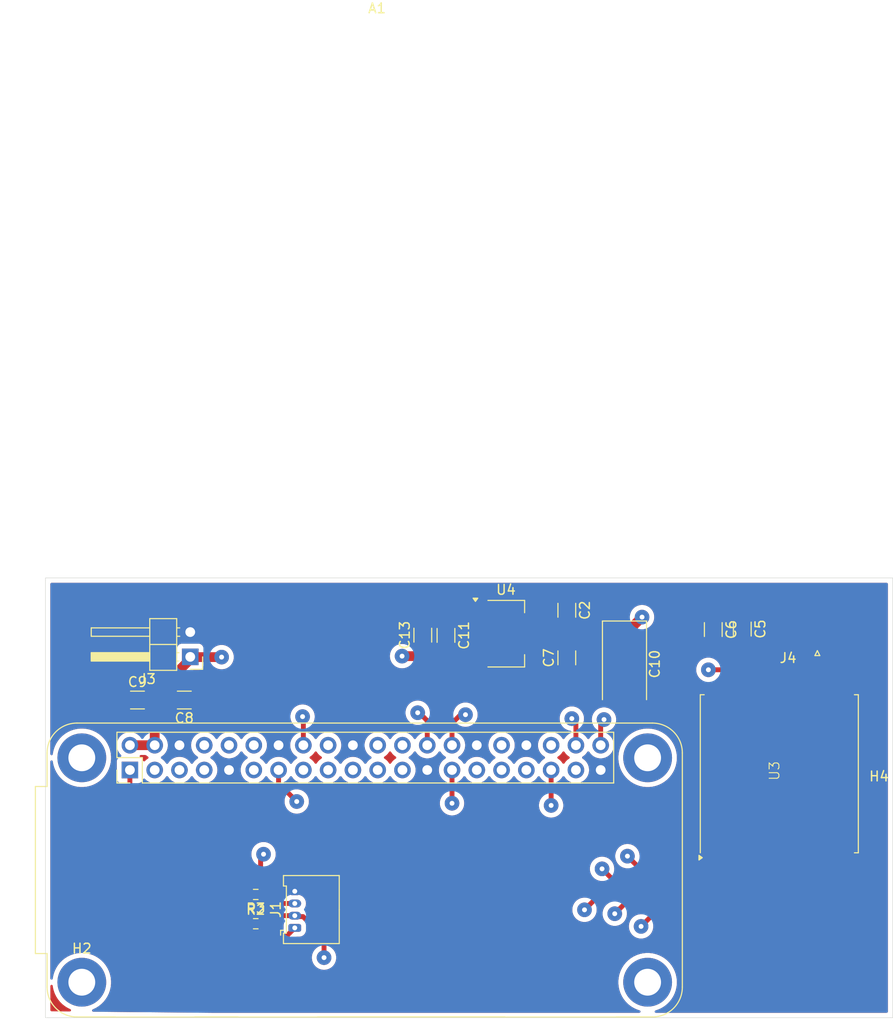
<source format=kicad_pcb>
(kicad_pcb (version 20241229) (generator "pcbnew") (generator_version "9.0")
  (layers (0 "F.Cu" signal) (2 "B.Cu" signal) (13 "F.Paste" user) (15 "B.Paste" user) (5 "F.SilkS" user "F.Silkscreen") (7 "B.SilkS" user "B.Silkscreen") (1 "F.Mask" user) (3 "B.Mask" user) (25 "Edge.Cuts" user))
  (net 0 "")
  (net 5 "3v3_RF")
  (net 7 "SPI1_MOSI")
  (net 8 "SPI0_NSS")
  (net 9 "GND")
  (net 14 "i2c_ID0_data")
  (net 16 "SPI0_MISO")
  (net 17 "i2c_ID0_clock")
  (net 18 "SPI0_MOSI")
  (net 19 "3v3_pi")
  (net 20 "5v")
  (net 21 "SPI1_SCLK")
  (net 22 "SPI0_SCLK")
  (net 23 "SPI0_INT")
  (net 24 "SPI0_RST")
  (net 27 "SPI1_INT")
  (net 29 "SPI1_NSS")
  (net 30 "SPI1_RST")
  (net 33 "SPI1_MISO")
  (net 34 "Net-(J4-In)")
  (footprint "MountingHole:MountingHole_2.5mm_Pad" (layer "F.Cu") (at 142.97 51.22)
    (property "Reference" "H4" (at 23.72 1.905 0) (layer "F.SilkS"))
    (property "Value" "MountingHole_Pad_MP")
    (pad "1" thru_hole circle (at 0 0) (size 5 5) (drill 2.5) (layers "*.Cu" "*.Mask"))
  )
  (footprint "Capacitor_Tantalum_SMD:CP_EIA-7343-43_Kemet-X" (layer "F.Cu") (at 140.6 41.6125 -90)
    (property "Reference" "C10" (at -0.000001 -3.1 90) (layer "F.SilkS"))
    (property "Value" "C_Polarized")
    (fp_line (start -4.41 2.26) (end 3.65 2.26) (stroke (width 0.12)) (layer "F.SilkS"))
    (fp_line (start -4.41 -2.26) (end -4.41 2.26) (stroke (width 0.12)) (layer "F.SilkS"))
    (fp_line (start 3.65 -2.26) (end -4.41 -2.26) (stroke (width 0.12)) (layer "F.SilkS"))
    (pad "1" smd roundrect (at -3.1125 0 270) (size 2.075 2.55) (layers "F.Cu" "F.Mask" "F.Paste") (roundrect_rratio 0.120482) (net 5 "3v3_RF"))
    (pad "2" smd roundrect (at 3.1125 0 270) (size 2.075 2.55) (layers "F.Cu" "F.Mask" "F.Paste") (roundrect_rratio 0.120482) (net 9 "GND"))
  )
  (footprint "Resistor_SMD:R_0603_1608Metric" (layer "F.Cu") (at 102.8 65.224998 180)
    (property "Reference" "R3" (at 0 -1.43 0) (layer "F.SilkS"))
    (property "Value" "10k")
    (fp_line (start -0.237258 0.5225) (end 0.237258 0.5225) (stroke (width 0.12)) (layer "F.SilkS"))
    (fp_line (start -0.237258 -0.5225) (end 0.237258 -0.5225) (stroke (width 0.12)) (layer "F.SilkS"))
    (pad "1" smd roundrect (at -0.824998 0 180) (size 0.8 0.95) (layers "F.Cu" "F.Mask" "F.Paste") (net 14 "i2c_ID0_data"))
    (pad "2" smd roundrect (at 0.824998 0 180) (size 0.8 0.95) (layers "F.Cu" "F.Mask" "F.Paste") (net 19 "3v3_pi"))
  )
  (footprint "Capacitor_SMD:C_1206_3216Metric" (layer "F.Cu") (at 149.7 38.075 -90)
    (property "Reference" "C6" (at 0 -1.85 90) (layer "F.SilkS"))
    (property "Value" "C")
    (fp_line (start -0.711252 0.91) (end 0.711252 0.91) (stroke (width 0.12)) (layer "F.SilkS"))
    (fp_line (start -0.711252 -0.91) (end 0.711252 -0.91) (stroke (width 0.12)) (layer "F.SilkS"))
    (pad "1" smd roundrect (at -1.475 0 270) (size 1.15 1.8) (layers "F.Cu" "F.Mask" "F.Paste") (roundrect_rratio 0.217391) (net 9 "GND"))
    (pad "2" smd roundrect (at 1.475 0 270) (size 1.15 1.8) (layers "F.Cu" "F.Mask" "F.Paste") (roundrect_rratio 0.217391) (net 5 "3v3_RF"))
  )
  (footprint "my_hoperf_footprint:my_RFM95W" (layer "F.Cu") (at 156.47 52.555 90)
    (property "Reference" "U3" (at 0 -0.5 90) (layer "F.SilkS") (effects (font (thickness 0.1))))
    (property "Value" "RFM95W")
    (fp_line (start 7.8 -8.1) (end 7.8 -7.7) (stroke (width 0.12)) (layer "F.SilkS"))
    (fp_line (start -8.4 -8.1) (end 7.8 -8.1) (stroke (width 0.12)) (layer "F.SilkS"))
    (fp_line (start -8.4 7.7) (end -8.4 8.1) (stroke (width 0.12)) (layer "F.SilkS"))
    (fp_line (start 7.8 8.1) (end 7.8 7.7) (stroke (width 0.12)) (layer "F.SilkS"))
    (fp_line (start -8.4 8.1) (end 7.8 8.1) (stroke (width 0.12)) (layer "F.SilkS"))
    (fp_poly (pts (xy -8.9 -7.9) (xy -9.14 -8.236) (xy -8.66 -8.236) (xy -8.9 -7.9)) (stroke (width 0.12)) (fill yes) (layer "F.SilkS"))
    (pad "1" smd roundrect (at -7.825 -7 90) (size 2.95 1.27) (layers "F.Cu" "F.Mask" "F.Paste") (net 9 "GND"))
    (pad "2" smd roundrect (at -7.825 -5 90) (size 2.95 1.27) (layers "F.Cu" "F.Mask" "F.Paste") (net 16 "SPI0_MISO"))
    (pad "3" smd roundrect (at -7.825 -3 90) (size 2.95 1.27) (layers "F.Cu" "F.Mask" "F.Paste") (net 18 "SPI0_MOSI"))
    (pad "4" smd roundrect (at -7.825 -1 90) (size 2.95 1.27) (layers "F.Cu" "F.Mask" "F.Paste") (net 22 "SPI0_SCLK"))
    (pad "5" smd roundrect (at -7.825 1 90) (size 2.95 1.27) (layers "F.Cu" "F.Mask" "F.Paste") (net 8 "SPI0_NSS"))
    (pad "6" smd roundrect (at -7.825 3 90) (size 2.95 1.27) (layers "F.Cu" "F.Mask" "F.Paste") (net 24 "SPI0_RST"))
    (pad "7" smd roundrect (at -7.825 5 90) (size 2.95 1.27) (layers "F.Cu" "F.Mask" "F.Paste"))
    (pad "8" smd roundrect (at -7.825 7 90) (size 2.95 1.27) (layers "F.Cu" "F.Mask" "F.Paste") (net 9 "GND"))
    (pad "9" smd roundrect (at 7.225 7 90) (size 2.95 1.27) (layers "F.Cu" "F.Mask" "F.Paste") (net 34 "Net-(J4-In)"))
    (pad "10" smd roundrect (at 7.225 5 90) (size 2.95 1.27) (layers "F.Cu" "F.Mask" "F.Paste") (net 9 "GND"))
    (pad "11" smd roundrect (at 7.225 3 90) (size 2.95 1.27) (layers "F.Cu" "F.Mask" "F.Paste"))
    (pad "12" smd roundrect (at 7.225 1 90) (size 2.95 1.27) (layers "F.Cu" "F.Mask" "F.Paste"))
    (pad "13" smd roundrect (at 7.225 -1 90) (size 2.95 1.27) (layers "F.Cu" "F.Mask" "F.Paste") (net 5 "3v3_RF"))
    (pad "14" smd roundrect (at 7.225 -3 90) (size 2.95 1.27) (layers "F.Cu" "F.Mask" "F.Paste") (net 23 "SPI0_INT"))
    (pad "15" smd roundrect (at 7.225 -5 90) (size 2.95 1.27) (layers "F.Cu" "F.Mask" "F.Paste"))
    (pad "16" smd roundrect (at 7.225 -7 90) (size 2.95 1.27) (layers "F.Cu" "F.Mask" "F.Paste"))
  )
  (footprint "Capacitor_SMD:C_1206_3216Metric" (layer "F.Cu") (at 90.675 45.3)
    (property "Reference" "C9" (at 0 -1.85 0) (layer "F.SilkS"))
    (property "Value" "C")
    (fp_line (start -0.711252 -0.91) (end 0.711252 -0.91) (stroke (width 0.12)) (layer "F.SilkS"))
    (fp_line (start -0.711252 0.91) (end 0.711252 0.91) (stroke (width 0.12)) (layer "F.SilkS"))
    (pad "1" smd roundrect (at -1.475 0) (size 1.15 1.8) (layers "F.Cu" "F.Mask" "F.Paste") (roundrect_rratio 0.217391) (net 9 "GND"))
    (pad "2" smd roundrect (at 1.475 0) (size 1.15 1.8) (layers "F.Cu" "F.Mask" "F.Paste") (roundrect_rratio 0.217391) (net 20 "5v"))
  )
  (footprint "MountingHole:MountingHole_2.5mm_Pad" (layer "F.Cu") (at 84.97 74.220001)
    (property "Reference" "H2" (at 0 -3.45 0) (layer "F.SilkS"))
    (property "Value" "MountingHole_Pad_MP")
    (pad "1" thru_hole circle (at 0 0) (size 5 5) (drill 2.5) (layers "*.Cu" "*.Mask"))
  )
  (footprint "Capacitor_SMD:C_1206_3216Metric" (layer "F.Cu") (at 134.687501 36.1 -90)
    (property "Reference" "C2" (at 0.000003 -1.850001 90) (layer "F.SilkS"))
    (property "Value" "C")
    (fp_line (start -0.711252 0.91) (end 0.711251 0.909999) (stroke (width 0.12)) (layer "F.SilkS"))
    (fp_line (start -0.711251 -0.909999) (end 0.711252 -0.91) (stroke (width 0.12)) (layer "F.SilkS"))
    (pad "1" smd roundrect (at -1.475001 0 270) (size 1.15 1.8) (layers "F.Cu" "F.Mask" "F.Paste") (roundrect_rratio 0.217391) (net 9 "GND"))
    (pad "2" smd roundrect (at 1.475001 0 270) (size 1.15 1.8) (layers "F.Cu" "F.Mask" "F.Paste") (roundrect_rratio 0.217391) (net 5 "3v3_RF"))
  )
  (footprint "Resistor_SMD:R_0603_1608Metric" (layer "F.Cu") (at 102.8 68.224998)
    (property "Reference" "R2" (at 0 -1.43 0) (layer "F.SilkS"))
    (property "Value" "10k")
    (fp_line (start -0.237258 -0.5225) (end 0.237258 -0.5225) (stroke (width 0.12)) (layer "F.SilkS"))
    (fp_line (start -0.237258 0.5225) (end 0.237258 0.5225) (stroke (width 0.12)) (layer "F.SilkS"))
    (pad "1" smd roundrect (at -0.824998 0) (size 0.8 0.95) (layers "F.Cu" "F.Mask" "F.Paste") (net 19 "3v3_pi"))
    (pad "2" smd roundrect (at 0.824998 0) (size 0.8 0.95) (layers "F.Cu" "F.Mask" "F.Paste") (net 17 "i2c_ID0_clock"))
  )
  (footprint "Capacitor_SMD:C_1206_3216Metric" (layer "F.Cu") (at 122.3 38.675001 -90)
    (property "Reference" "C11" (at 0 -1.850001 90) (layer "F.SilkS"))
    (property "Value" "C")
    (fp_line (start -0.711252 0.91) (end 0.711252 0.91) (stroke (width 0.12)) (layer "F.SilkS"))
    (fp_line (start -0.711252 -0.91) (end 0.711252 -0.91) (stroke (width 0.12)) (layer "F.SilkS"))
    (pad "1" smd roundrect (at -1.475001 0 270) (size 1.15 1.8) (layers "F.Cu" "F.Mask" "F.Paste") (roundrect_rratio 0.217391) (net 9 "GND"))
    (pad "2" smd roundrect (at 1.475001 0 270) (size 1.15 1.8) (layers "F.Cu" "F.Mask" "F.Paste") (roundrect_rratio 0.217391) (net 20 "5v"))
  )
  (footprint "Connector_Coaxial:SMA_Amphenol_132289_EdgeMount" (layer "F.Cu") (at 160.37 37.03 90)
    (property "Reference" "J4" (at -3.96 -3 0) (layer "F.SilkS"))
    (property "Value" "Conn_Coaxial_Small")
    (fp_line (start -3.71 -0.25) (end -3.71 0.25) (stroke (width 0.12)) (layer "F.SilkS"))
    (fp_line (start -3.21 0) (end -3.71 -0.25) (stroke (width 0.12)) (layer "F.SilkS"))
    (fp_line (start -3.71 0.25) (end -3.21 0) (stroke (width 0.12)) (layer "F.SilkS"))
    (pad "1" smd rect (at 0 0 180) (size 1.5 5.08) (layers "F.Cu" "F.Mask" "F.Paste") (net 34 "Net-(J4-In)"))
    (pad "2" smd rect (at 0 -4.25 180) (size 1.5 5.08) (layers "F.Cu" "F.Mask" "F.Paste") (net 9 "GND"))
    (pad "2" smd rect (at 0 -4.25 180) (size 1.5 5.08) (layers "B.Cu" "B.Mask" "B.Paste") (net 9 "GND"))
    (pad "2" smd rect (at 0 4.25 180) (size 1.5 5.08) (layers "F.Cu" "F.Mask" "F.Paste") (net 9 "GND"))
    (pad "2" smd rect (at 0 4.25 180) (size 1.5 5.08) (layers "B.Cu" "B.Mask" "B.Paste") (net 9 "GND"))
  )
  (footprint "Capacitor_SMD:C_1206_3216Metric" (layer "F.Cu") (at 95.475001 45.3 180)
    (property "Reference" "C8" (at 0 -1.850001 0) (layer "F.SilkS"))
    (property "Value" "C")
    (fp_line (start -0.711252 0.91) (end 0.711252 0.91) (stroke (width 0.12)) (layer "F.SilkS"))
    (fp_line (start -0.711252 -0.91) (end 0.711252 -0.91) (stroke (width 0.12)) (layer "F.SilkS"))
    (pad "1" smd roundrect (at -1.475001 0 180) (size 1.15 1.8) (layers "F.Cu" "F.Mask" "F.Paste") (roundrect_rratio 0.217391) (net 9 "GND"))
    (pad "2" smd roundrect (at 1.475001 0 180) (size 1.15 1.8) (layers "F.Cu" "F.Mask" "F.Paste") (roundrect_rratio 0.217391) (net 20 "5v"))
  )
  (footprint "Capacitor_SMD:C_1206_3216Metric" (layer "F.Cu") (at 152.675 38.025 -90)
    (property "Reference" "C5" (at 0 -1.85 90) (layer "F.SilkS"))
    (property "Value" "C")
    (fp_line (start -0.711252 0.91) (end 0.711252 0.91) (stroke (width 0.12)) (layer "F.SilkS"))
    (fp_line (start -0.711252 -0.91) (end 0.711252 -0.91) (stroke (width 0.12)) (layer "F.SilkS"))
    (pad "1" smd roundrect (at -1.475 0 270) (size 1.15 1.8) (layers "F.Cu" "F.Mask" "F.Paste") (roundrect_rratio 0.217391) (net 9 "GND"))
    (pad "2" smd roundrect (at 1.475 0 270) (size 1.15 1.8) (layers "F.Cu" "F.Mask" "F.Paste") (roundrect_rratio 0.217391) (net 5 "3v3_RF"))
  )
  (footprint "Capacitor_SMD:C_1206_3216Metric" (layer "F.Cu") (at 119.925 38.650002 90)
    (property "Reference" "C13" (at 0 -1.850001 90) (layer "F.SilkS"))
    (property "Value" "C")
    (fp_line (start -0.711252 -0.91) (end 0.711252 -0.91) (stroke (width 0.12)) (layer "F.SilkS"))
    (fp_line (start -0.711252 0.91) (end 0.711252 0.91) (stroke (width 0.12)) (layer "F.SilkS"))
    (pad "1" smd roundrect (at -1.475001 0 90) (size 1.15 1.8) (layers "F.Cu" "F.Mask" "F.Paste") (roundrect_rratio 0.217391) (net 20 "5v"))
    (pad "2" smd roundrect (at 1.475001 0 90) (size 1.15 1.8) (layers "F.Cu" "F.Mask" "F.Paste") (roundrect_rratio 0.217391) (net 9 "GND"))
  )
  (footprint "Connector_PinHeader_2.54mm:PinHeader_1x02_P2.54mm_Horizontal" (layer "F.Cu") (at 96.085 40.875 180)
    (property "Reference" "J3" (at 4.385001 -2.269998 0) (layer "F.SilkS"))
    (property "Value" "Conn_01x02_Pin")
    (fp_line (start 10.15 2.97) (end 4.15 2.97) (stroke (width 0.12)) (layer "F.SilkS"))
    (fp_line (start 10.15 2.11) (end 10.15 2.97) (stroke (width 0.12)) (layer "F.SilkS"))
    (fp_line (start 4.15 3.92) (end 4.15 -1.38) (stroke (width 0.12)) (layer "F.SilkS"))
    (fp_line (start 4.15 -1.38) (end 1.39 -1.38) (stroke (width 0.12)) (layer "F.SilkS"))
    (fp_line (start 4.149999 2.110001) (end 10.15 2.11) (stroke (width 0.12)) (layer "F.SilkS"))
    (fp_line (start 1.390001 3.92) (end 4.15 3.92) (stroke (width 0.12)) (layer "F.SilkS"))
    (fp_line (start 1.39 1.27) (end 4.149999 1.270001) (stroke (width 0.12)) (layer "F.SilkS"))
    (fp_line (start 1.39 -1.38) (end 1.390001 3.92) (stroke (width 0.12)) (layer "F.SilkS"))
    (fp_line (start 1.16 -0.43) (end 1.39 -0.43) (stroke (width 0.12)) (layer "F.SilkS"))
    (fp_line (start 1.159999 0.429999) (end 1.39 0.43) (stroke (width 0.12)) (layer "F.SilkS"))
    (fp_line (start 1.077358 2.97) (end 1.389998 2.970001) (stroke (width 0.12)) (layer "F.SilkS"))
    (fp_line (start 1.077358 2.11) (end 1.390002 2.110001) (stroke (width 0.12)) (layer "F.SilkS"))
    (fp_line (start -1.27 -1.27) (end 0.000001 -1.270001) (stroke (width 0.12)) (layer "F.SilkS"))
    (fp_line (start -1.270001 -0.000001) (end -1.27 -1.27) (stroke (width 0.12)) (layer "F.SilkS"))
    (fp_poly (pts (xy 4.15 -0.43) (xy 10.15 -0.43) (xy 10.149999 0.429999) (xy 4.15 0.43)) (stroke (width 0.12)) (fill yes) (layer "F.SilkS"))
    (pad "1" thru_hole rect (at 0 0 180) (size 1.7 1.7) (drill 1) (layers "*.Cu" "*.Mask") (net 20 "5v"))
    (pad "2" thru_hole circle (at 0 2.54 180) (size 1.7 1.7) (drill 1) (layers "*.Cu" "*.Mask") (net 9 "GND"))
  )
  (footprint "Package_TO_SOT_SMD:SOT-223-3_TabPin2" (layer "F.Cu") (at 128.45 38.5)
    (property "Reference" "U4" (at 0 -4.500001 0) (layer "F.SilkS"))
    (property "Value" "TLV1117-33")
    (fp_line (start -1.85 -3.410001) (end 1.91 -3.41) (stroke (width 0.12)) (layer "F.SilkS"))
    (fp_line (start -1.85 3.410001) (end 1.91 3.41) (stroke (width 0.12)) (layer "F.SilkS"))
    (fp_line (start 1.91 -3.41) (end 1.91 -2.150001) (stroke (width 0.12)) (layer "F.SilkS"))
    (fp_line (start 1.91 3.41) (end 1.91 2.150001) (stroke (width 0.12)) (layer "F.SilkS"))
    (fp_poly (pts (xy -3.13 -3.31) (xy -3.37 -3.64) (xy -2.89 -3.64) (xy -3.13 -3.31)) (stroke (width 0.12)) (fill yes) (layer "F.SilkS"))
    (pad "1" smd roundrect (at -3.15 -2.3) (size 2 1.5) (layers "F.Cu" "F.Mask" "F.Paste") (net 9 "GND"))
    (pad "2" smd roundrect (at -3.149999 0) (size 2 1.5) (layers "F.Cu" "F.Mask" "F.Paste") (net 5 "3v3_RF"))
    (pad "2" smd roundrect (at 3.149999 0) (size 2 3.8) (layers "F.Cu" "F.Mask" "F.Paste") (net 5 "3v3_RF"))
    (pad "3" smd roundrect (at -3.15 2.3) (size 2 1.5) (layers "F.Cu" "F.Mask" "F.Paste") (net 20 "5v"))
  )
  (footprint "MountingHole:MountingHole_2.5mm_Pad" (layer "F.Cu") (at 142.97 74.22)
    (property "Reference" "H1" (hide yes))
    (property "Value" "MountingHole_Pad_MP")
    (pad "1" thru_hole circle (at 0 0) (size 5 5) (drill 2.5) (layers "*.Cu" "*.Mask"))
  )
  (footprint "Capacitor_SMD:C_1206_3216Metric" (layer "F.Cu") (at 134.687501 40.975 90)
    (property "Reference" "C7" (at 0.000003 -1.850001 90) (layer "F.SilkS"))
    (property "Value" "C")
    (fp_line (start -0.711251 -0.909999) (end 0.711251 -0.909999) (stroke (width 0.12)) (layer "F.SilkS"))
    (fp_line (start -0.711251 0.909999) (end 0.711251 0.909999) (stroke (width 0.12)) (layer "F.SilkS"))
    (pad "1" smd roundrect (at -1.475001 0 90) (size 1.15 1.8) (layers "F.Cu" "F.Mask" "F.Paste") (roundrect_rratio 0.217391) (net 9 "GND"))
    (pad "2" smd roundrect (at 1.475001 0 90) (size 1.15 1.8) (layers "F.Cu" "F.Mask" "F.Paste") (roundrect_rratio 0.217391) (net 5 "3v3_RF"))
  )
  (footprint "Connector_Molex:Molex_PicoBlade_53048-0410_1x04_P1.25mm_Horizontal" (layer "F.Cu") (at 106.799999 68.65 90)
    (property "Reference" "J1" (at 1.88 -1.95 90) (layer "F.SilkS"))
    (property "Value" "Conn_01x04_Pin")
    (fp_line (start -0.25 -1.45) (end -0.749999 -1.449999) (stroke (width 0.12)) (layer "F.SilkS"))
    (fp_line (start 4.290001 -1.160001) (end 5.36 -1.159999) (stroke (width 0.12)) (layer "F.SilkS"))
    (fp_line (start -0.540001 -1.160001) (end -1.61 -1.16) (stroke (width 0.12)) (layer "F.SilkS"))
    (fp_line (start -1.61 -1.16) (end -1.61 4.559999) (stroke (width 0.12)) (layer "F.SilkS"))
    (fp_line (start 5.36 -1.159999) (end 5.359999 4.559998) (stroke (width 0.12)) (layer "F.SilkS"))
    (fp_line (start -0.249999 -1.149999) (end -0.25 -1.45) (stroke (width 0.12)) (layer "F.SilkS"))
    (fp_line (start 1.875 -0.86) (end -0.540002 -0.86) (stroke (width 0.12)) (layer "F.SilkS"))
    (fp_line (start 1.875 -0.86) (end 4.289999 -0.859999) (stroke (width 0.12)) (layer "F.SilkS"))
    (fp_line (start -0.540002 -0.86) (end -0.540001 -1.160001) (stroke (width 0.12)) (layer "F.SilkS"))
    (fp_line (start 4.289999 -0.859999) (end 4.290001 -1.160001) (stroke (width 0.12)) (layer "F.SilkS"))
    (fp_line (start 5.359999 4.559998) (end 1.875 4.56) (stroke (width 0.12)) (layer "F.SilkS"))
    (fp_line (start -1.61 4.559999) (end 1.875 4.56) (stroke (width 0.12)) (layer "F.SilkS"))
    (pad "1" thru_hole roundrect (at 0 0 90) (size 0.8 1.3) (drill 0.5) (layers "*.Cu" "*.Mask") (net 19 "3v3_pi"))
    (pad "2" thru_hole oval (at 1.249997 0 90) (size 0.8 1.3) (drill 0.5) (layers "*.Cu" "*.Mask") (net 17 "i2c_ID0_clock"))
    (pad "3" thru_hole oval (at 2.5 0 90) (size 0.8 1.3) (drill 0.5) (layers "*.Cu" "*.Mask") (net 14 "i2c_ID0_data"))
    (pad "4" thru_hole oval (at 3.75 0.000001 90) (size 0.8 1.3) (drill 0.5) (layers "*.Cu" "*.Mask") (net 9 "GND"))
  )
  (footprint "MountingHole:MountingHole_2.5mm_Pad" (layer "F.Cu") (at 84.97 51.220001)
    (property "Reference" "H3" (hide yes))
    (property "Value" "MountingHole_Pad_MP")
    (pad "1" thru_hole circle (at 0 0) (size 5 5) (drill 2.5) (layers "*.Cu" "*.Mask"))
  )
  (footprint "mypifootprint:Raspberry_Pi_Zero_Socketed_THT_FaceDown_MountingHoles" (layer "F.Cu") (at 138.1 52.490001 -90)
    (property "Reference" "A1" (at -78.09 22.865 0) (layer "F.SilkS"))
    (property "Value" "RASPBERRYPI-ZERO" (hide yes))
    (fp_line (start 1.67 57.89) (end 18.79 57.89) (stroke (width 0.12)) (layer "F.SilkS"))
    (fp_line (start 18.79 57.89) (end 18.79 56.69) (stroke (width 0.12)) (layer "F.SilkS"))
    (fp_line (start 1.67 56.69) (end 1.67 57.89) (stroke (width 0.12)) (layer "F.SilkS"))
    (fp_line (start 1.67 56.69) (end -1.77 56.69) (stroke (width 0.12)) (layer "F.SilkS"))
    (fp_line (start 18.79 56.69) (end 22.23 56.69) (stroke (width 0.12)) (layer "F.SilkS"))
    (fp_line (start -4.83 53.63) (end -4.83 -5.37) (stroke (width 0.12)) (layer "F.SilkS"))
    (fp_line (start 25.29 53.63) (end 25.29 49.69) (stroke (width 0.12)) (layer "F.SilkS"))
    (fp_line (start 25.29 49.69) (end 25.29 -1.68) (stroke (width 0.1)) (layer "F.SilkS"))
    (fp_line (start -3.89 49.53) (end -1.29 49.53) (stroke (width 0.12)) (layer "F.SilkS"))
    (fp_line (start -3.89 49.53) (end -3.89 -1.39) (stroke (width 0.12)) (layer "F.SilkS"))
    (fp_line (start -1.29 49.53) (end -1.29 46.93) (stroke (width 0.12)) (layer "F.SilkS"))
    (fp_line (start -0.02 49.53) (end 1.31 49.53) (stroke (width 0.12)) (layer "F.SilkS"))
    (fp_line (start 1.31 49.53) (end 1.31 48.2) (stroke (width 0.12)) (layer "F.SilkS"))
    (fp_line (start -1.29 46.93) (end 1.31 46.93) (stroke (width 0.12)) (layer "F.SilkS"))
    (fp_line (start 1.31 46.93) (end 1.31 -1.39) (stroke (width 0.12)) (layer "F.SilkS"))
    (fp_line (start 25.29 41.57) (end 25.29 37.09) (stroke (width 0.12)) (layer "F.SilkS"))
    (fp_line (start 25.29 28.97) (end 25.29 9.74) (stroke (width 0.12)) (layer "F.SilkS"))
    (fp_line (start -3.89 -1.39) (end 1.31 -1.39) (stroke (width 0.12)) (layer "F.SilkS"))
    (fp_line (start 25.29 -1.68) (end 25.29 -5.37) (stroke (width 0.12)) (layer "F.SilkS"))
    (fp_line (start -1.77 -8.43) (end 22.23 -8.43) (stroke (width 0.12)) (layer "F.SilkS"))
    (fp_arc (start -1.77 56.69) (mid -3.933747 55.793747) (end -4.83 53.63) (stroke (width 0.12)) (layer "F.SilkS"))
    (fp_arc (start 25.29 53.63) (mid 24.393747 55.793747) (end 22.23 56.69) (stroke (width 0.12)) (layer "F.SilkS"))
    (fp_arc (start -4.83 -5.37) (mid -3.933747 -7.533747) (end -1.77 -8.43) (stroke (width 0.12)) (layer "F.SilkS"))
    (fp_arc (start 22.23 -8.43) (mid 24.393747 -7.533747) (end 25.29 -5.37) (stroke (width 0.12)) (layer "F.SilkS"))
    (pad "" np_thru_hole circle (at -1.27 -4.87) (size 2.75 2.75) (drill 2.75) (layers "*.Cu" "*.Mask"))
    (pad "" np_thru_hole circle (at -1.27 53.13) (size 2.75 2.75) (drill 2.75) (layers "*.Cu" "*.Mask"))
    (pad "" np_thru_hole circle (at 21.73 -4.87) (size 2.75 2.75) (drill 2.75) (layers "*.Cu" "*.Mask"))
    (pad "" np_thru_hole circle (at 21.73 53.13) (size 2.75 2.75) (drill 2.75) (layers "*.Cu" "*.Mask"))
    (pad "1" thru_hole rect (at -0.02 48.2 90) (size 1.7 1.7) (drill 1) (layers "*.Cu" "*.Mask") (net 19 "3v3_pi"))
    (pad "2" thru_hole oval (at -2.56 48.2 90) (size 1.7 1.7) (drill 1) (layers "*.Cu" "*.Mask") (net 20 "5v"))
    (pad "3" thru_hole oval (at -0.02 45.66 90) (size 1.7 1.7) (drill 1) (layers "*.Cu" "*.Mask"))
    (pad "4" thru_hole oval (at -2.56 45.66 90) (size 1.7 1.7) (drill 1) (layers "*.Cu" "*.Mask") (net 20 "5v"))
    (pad "5" thru_hole oval (at -0.02 43.12 90) (size 1.7 1.7) (drill 1) (layers "*.Cu" "*.Mask"))
    (pad "6" thru_hole oval (at -2.56 43.12 90) (size 1.7 1.7) (drill 1) (layers "*.Cu" "*.Mask") (net 9 "GND"))
    (pad "7" thru_hole oval (at -0.02 40.58 90) (size 1.7 1.7) (drill 1) (layers "*.Cu" "*.Mask"))
    (pad "8" thru_hole oval (at -2.56 40.58 90) (size 1.7 1.7) (drill 1) (layers "*.Cu" "*.Mask"))
    (pad "9" thru_hole oval (at -0.02 38.04 90) (size 1.7 1.7) (drill 1) (layers "*.Cu" "*.Mask") (net 9 "GND"))
    (pad "10" thru_hole oval (at -2.56 38.04 90) (size 1.7 1.7) (drill 1) (layers "*.Cu" "*.Mask"))
    (pad "11" thru_hole oval (at -0.02 35.5 90) (size 1.7 1.7) (drill 1) (layers "*.Cu" "*.Mask"))
    (pad "12" thru_hole oval (at -2.56 35.5 90) (size 1.7 1.7) (drill 1) (layers "*.Cu" "*.Mask"))
    (pad "13" thru_hole oval (at -0.02 32.96 90) (size 1.7 1.7) (drill 1) (layers "*.Cu" "*.Mask") (net 30 "SPI1_RST"))
    (pad "14" thru_hole oval (at -2.56 32.96 90) (size 1.7 1.7) (drill 1) (layers "*.Cu" "*.Mask") (net 9 "GND"))
    (pad "15" thru_hole oval (at -0.02 30.42 90) (size 1.7 1.7) (drill 1) (layers "*.Cu" "*.Mask") (net 24 "SPI0_RST"))
    (pad "16" thru_hole oval (at -2.56 30.42 90) (size 1.7 1.7) (drill 1) (layers "*.Cu" "*.Mask") (net 27 "SPI1_INT"))
    (pad "17" thru_hole oval (at -0.02 27.88 90) (size 1.7 1.7) (drill 1) (layers "*.Cu" "*.Mask"))
    (pad "18" thru_hole oval (at -2.56 27.88 90) (size 1.7 1.7) (drill 1) (layers "*.Cu" "*.Mask") (net 23 "SPI0_INT"))
    (pad "19" thru_hole oval (at -0.02 25.34 90) (size 1.7 1.7) (drill 1) (layers "*.Cu" "*.Mask") (net 18 "SPI0_MOSI"))
    (pad "20" thru_hole oval (at -2.56 25.34 90) (size 1.7 1.7) (drill 1) (layers "*.Cu" "*.Mask") (net 9 "GND"))
    (pad "21" thru_hole oval (at -0.02 22.8 90) (size 1.7 1.7) (drill 1) (layers "*.Cu" "*.Mask") (net 16 "SPI0_MISO"))
    (pad "22" thru_hole oval (at -2.56 22.8 90) (size 1.7 1.7) (drill 1) (layers "*.Cu" "*.Mask"))
    (pad "23" thru_hole oval (at -0.02 20.26 90) (size 1.7 1.7) (drill 1) (layers "*.Cu" "*.Mask") (net 22 "SPI0_SCLK"))
    (pad "24" thru_hole oval (at -2.56 20.26 90) (size 1.7 1.7) (drill 1) (layers "*.Cu" "*.Mask") (net 8 "SPI0_NSS"))
    (pad "25" thru_hole oval (at -0.02 17.72 90) (size 1.7 1.7) (drill 1) (layers "*.Cu" "*.Mask") (net 9 "GND"))
    (pad "26" thru_hole oval (at -2.56 17.72 90) (size 1.7 1.7) (drill 1) (layers "*.Cu" "*.Mask") (net 29 "SPI1_NSS"))
    (pad "27" thru_hole oval (at -0.02 15.18 90) (size 1.7 1.7) (drill 1) (layers "*.Cu" "*.Mask") (net 14 "i2c_ID0_data"))
    (pad "28" thru_hole oval (at -2.56 15.18 90) (size 1.7 1.7) (drill 1) (layers "*.Cu" "*.Mask") (net 17 "i2c_ID0_clock"))
    (pad "29" thru_hole oval (at -0.02 12.64 90) (size 1.7 1.7) (drill 1) (layers "*.Cu" "*.Mask"))
    (pad "30" thru_hole oval (at -2.56 12.64 90) (size 1.7 1.7) (drill 1) (layers "*.Cu" "*.Mask") (net 9 "GND"))
    (pad "31" thru_hole oval (at -0.02 10.1 90) (size 1.7 1.7) (drill 1) (layers "*.Cu" "*.Mask"))
    (pad "32" thru_hole oval (at -2.56 10.1 90) (size 1.7 1.7) (drill 1) (layers "*.Cu" "*.Mask"))
    (pad "33" thru_hole oval (at -0.02 7.56 90) (size 1.7 1.7) (drill 1) (layers "*.Cu" "*.Mask"))
    (pad "34" thru_hole oval (at -2.56 7.56 90) (size 1.7 1.7) (drill 1) (layers "*.Cu" "*.Mask") (net 9 "GND"))
    (pad "35" thru_hole oval (at -0.02 5.02 90) (size 1.7 1.7) (drill 1) (layers "*.Cu" "*.Mask") (net 33 "SPI1_MISO"))
    (pad "36" thru_hole oval (at -2.56 5.02 90) (size 1.7 1.7) (drill 1) (layers "*.Cu" "*.Mask"))
    (pad "37" thru_hole oval (at -0.02 2.48 90) (size 1.7 1.7) (drill 1) (layers "*.Cu" "*.Mask"))
    (pad "38" thru_hole oval (at -2.56 2.48 90) (size 1.7 1.7) (drill 1) (layers "*.Cu" "*.Mask") (net 7 "SPI1_MOSI"))
    (pad "39" thru_hole oval (at -0.02 -0.06 90) (size 1.7 1.7) (drill 1) (layers "*.Cu" "*.Mask") (net 9 "GND"))
    (pad "40" thru_hole oval (at -2.56 -0.06 90) (size 1.7 1.7) (drill 1) (layers "*.Cu" "*.Mask") (net 21 "SPI1_SCLK"))
  )
  (gr_rect (start 81.245 32.785) (end 168.1 77.854991) (stroke (width 0.05)) (fill no) (layer "Edge.Cuts"))
  (segment (start 142.4 36.8) (end 140.7 38.5) (width 1) (layer "F.Cu") (net 5))
  (segment (start 140.7 38.5) (end 131.599999 38.5) (width 1) (layer "F.Cu") (net 5))
  (segment (start 155.47 42.57) (end 152.45 39.55) (width 0.75) (layer "F.Cu") (net 5))
  (segment (start 155.47 45.03) (end 155.47 42.97) (width 0.75) (layer "F.Cu") (net 5))
  (segment (start 152.45 39.55) (end 152.05 39.55) (width 0.75) (layer "F.Cu") (net 5))
  (segment (start 152.625 39.55) (end 152.675 39.5) (width 0.5) (layer "F.Cu") (net 5))
  (segment (start 149.7 39.55) (end 149.35 39.55) (width 0.5) (layer "F.Cu") (net 5))
  (segment (start 155.47 42.97) (end 155.47 42.57) (width 0.75) (layer "F.Cu") (net 5))
  (segment (start 149.7 39.55) (end 152.625 39.55) (width 0.5) (layer "F.Cu") (net 5))
  (via (at 142.4 36.8) (size 1.5) (drill 0.5) (layers "F.Cu" "B.Cu") (net 5))
  (segment (start 135.62 47.62) (end 135.2 47.2) (width 0.5) (layer "F.Cu") (net 7))
  (segment (start 135.62 49.930001) (end 135.62 47.62) (width 0.5) (layer "F.Cu") (net 7))
  (via (at 135.2 47.2) (size 1.5) (drill 0.5) (layers "F.Cu" "B.Cu") (net 7))
  (segment (start 140.6 66.2) (end 155.2 66.2) (width 0.5) (layer "F.Cu") (net 8))
  (segment (start 155.2 66.2) (end 157.47 63.93) (width 0.5) (layer "F.Cu") (net 8))
  (segment (start 157.47 63.93) (end 157.47 60.08) (width 0.5) (layer "F.Cu") (net 8))
  (segment (start 139.6 67.2) (end 140.6 66.2) (width 0.5) (layer "F.Cu") (net 8))
  (via (at 139.6 67.2) (size 1.5) (drill 0.5) (layers "F.Cu" "B.Cu") (net 8))
  (segment (start 106.799999 66.15) (end 104.55 66.15) (width 0.5) (layer "F.Cu") (net 14))
  (segment (start 104.55 66.15) (end 103.624998 65.224998) (width 0.5) (layer "F.Cu") (net 14))
  (segment (start 103.3 63.5) (end 103.624998 63.824998) (width 0.5) (layer "F.Cu") (net 14))
  (segment (start 103.624998 63.824998) (end 103.624998 65.224998) (width 0.5) (layer "F.Cu") (net 14))
  (segment (start 103.6 61.1) (end 103.3 61.4) (width 0.5) (layer "F.Cu") (net 14))
  (segment (start 103.3 61.4) (end 103.3 63.5) (width 0.5) (layer "F.Cu") (net 14))
  (segment (start 122.92 55.88) (end 122.92 52.470001) (width 0.5) (layer "F.Cu") (net 14))
  (via (at 122.92 55.88) (size 1.5) (drill 0.5) (layers "F.Cu" "B.Cu") (net 14))
  (via (at 103.6 61.1) (size 1.5) (drill 0.5) (layers "F.Cu" "B.Cu") (net 14))
  (segment (start 151.47 62.53) (end 151.47 60.08) (width 0.5) (layer "F.Cu") (net 16))
  (segment (start 150.803 63.197) (end 151.47 62.53) (width 0.5) (layer "F.Cu") (net 16))
  (segment (start 140.9 61.3) (end 142.797 63.197) (width 0.5) (layer "F.Cu") (net 16))
  (segment (start 142.797 63.197) (end 150.803 63.197) (width 0.5) (layer "F.Cu") (net 16))
  (via (at 140.9 61.3) (size 1.5) (drill 0.5) (layers "F.Cu" "B.Cu") (net 16))
  (segment (start 109.8 69.649541) (end 107.649459 67.499) (width 0.5) (layer "F.Cu") (net 17))
  (segment (start 122.92 47.68) (end 122.92 49.930001) (width 0.5) (layer "F.Cu") (net 17))
  (segment (start 124.3 46.8) (end 123.8 46.8) (width 0.5) (layer "F.Cu") (net 17))
  (segment (start 104.449993 67.400003) (end 103.624998 68.224998) (width 0.5) (layer "F.Cu") (net 17))
  (segment (start 106.898996 67.499) (end 106.799999 67.400003) (width 0.5) (layer "F.Cu") (net 17))
  (segment (start 123.8 46.8) (end 122.92 47.68) (width 0.5) (layer "F.Cu") (net 17))
  (segment (start 107.649459 67.499) (end 106.898996 67.499) (width 0.5) (layer "F.Cu") (net 17))
  (segment (start 109.8 71.7) (end 109.8 69.649541) (width 0.5) (layer "F.Cu") (net 17))
  (segment (start 106.799999 67.400003) (end 104.449993 67.400003) (width 0.5) (layer "F.Cu") (net 17))
  (via (at 109.8 71.7) (size 1.5) (drill 0.5) (layers "F.Cu" "B.Cu") (net 17))
  (via (at 124.3 46.8) (size 1.5) (drill 0.5) (layers "F.Cu" "B.Cu") (net 17))
  (segment (start 139.898 64.198) (end 152.302 64.198) (width 0.5) (layer "F.Cu") (net 18))
  (segment (start 153.47 63.03) (end 153.47 60.08) (width 0.5) (layer "F.Cu") (net 18))
  (segment (start 152.302 64.198) (end 153.47 63.03) (width 0.5) (layer "F.Cu") (net 18))
  (segment (start 138.3 62.6) (end 139.898 64.198) (width 0.5) (layer "F.Cu") (net 18))
  (segment (start 112.8 52.510001) (end 112.76 52.470001) (width 0.5) (layer "F.Cu") (net 18))
  (via (at 138.3 62.6) (size 1.5) (drill 0.5) (layers "F.Cu" "B.Cu") (net 18))
  (segment (start 102.3 70.2) (end 101.975002 69.875002) (width 0.5) (layer "F.Cu") (net 19))
  (segment (start 89.9 55.5) (end 89.9 52.470001) (width 0.5) (layer "F.Cu") (net 19))
  (segment (start 99.624998 65.224998) (end 89.9 55.5) (width 0.5) (layer "F.Cu") (net 19))
  (segment (start 101.975002 65.224998) (end 99.624998 65.224998) (width 0.5) (layer "F.Cu") (net 19))
  (segment (start 105.249999 70.2) (end 102.3 70.2) (width 0.5) (layer "F.Cu") (net 19))
  (segment (start 101.975002 68.224998) (end 101.975002 65.224998) (width 0.5) (layer "F.Cu") (net 19))
  (segment (start 106.799999 68.65) (end 105.249999 70.2) (width 0.5) (layer "F.Cu") (net 19))
  (segment (start 101.975002 69.875002) (end 101.975002 68.224998) (width 0.5) (layer "F.Cu") (net 19))
  (segment (start 93.1 47.1) (end 92.44 47.76) (width 1) (layer "F.Cu") (net 20))
  (segment (start 92.44 47.76) (end 92.44 49.930001) (width 1) (layer "F.Cu") (net 20))
  (segment (start 99.3 40.9) (end 96.3 40.9) (width 1) (layer "F.Cu") (net 20))
  (segment (start 96.3 40.9) (end 93.1 44.1) (width 1) (layer "F.Cu") (net 20))
  (segment (start 93.1 44.1) (end 93.1 47.1) (width 1) (layer "F.Cu") (net 20))
  (segment (start 89.9 49.930001) (end 92.44 49.930001) (width 1) (layer "F.Cu") (net 20))
  (segment (start 117.8 40.8) (end 125.3 40.8) (width 1) (layer "F.Cu") (net 20))
  (via (at 99.3 40.9) (size 1.5) (drill 0.5) (layers "F.Cu" "B.Cu") (net 20))
  (via (at 117.8 40.8) (size 1.5) (drill 0.5) (layers "F.Cu" "B.Cu") (net 20))
  (segment (start 138.16 47.64) (end 138.5 47.3) (width 0.5) (layer "F.Cu") (net 21))
  (segment (start 138.16 49.930001) (end 138.16 47.64) (width 0.5) (layer "F.Cu") (net 21))
  (via (at 138.5 47.3) (size 1.5) (drill 0.5) (layers "F.Cu" "B.Cu") (net 21))
  (segment (start 155.47 63.23) (end 155.47 60.08) (width 0.5) (layer "F.Cu") (net 22))
  (segment (start 136.5 66.8) (end 138.101 65.199) (width 0.5) (layer "F.Cu") (net 22))
  (segment (start 153.501 65.199) (end 155.47 63.23) (width 0.5) (layer "F.Cu") (net 22))
  (segment (start 138.101 65.199) (end 153.501 65.199) (width 0.5) (layer "F.Cu") (net 22))
  (via (at 136.5 66.8) (size 1.5) (drill 0.5) (layers "F.Cu" "B.Cu") (net 22))
  (segment (start 153.47 43.37) (end 153.47 45.03) (width 0.5) (layer "F.Cu") (net 23))
  (segment (start 152.3 42.2) (end 153.47 43.37) (width 0.5) (layer "F.Cu") (net 23))
  (segment (start 149.2 42.2) (end 152.3 42.2) (width 0.5) (layer "F.Cu") (net 23))
  (via (at 149.2 42.2) (size 1.5) (drill 0.5) (layers "F.Cu" "B.Cu") (net 23))
  (segment (start 155.9 67.2) (end 159.47 63.63) (width 0.5) (layer "F.Cu") (net 24))
  (segment (start 159.47 63.63) (end 159.47 60.08) (width 0.5) (layer "F.Cu") (net 24))
  (segment (start 142.3 68.5) (end 143.6 67.2) (width 0.5) (layer "F.Cu") (net 24))
  (segment (start 143.6 67.2) (end 155.9 67.2) (width 0.5) (layer "F.Cu") (net 24))
  (via (at 142.3 68.5) (size 1.5) (drill 0.5) (layers "F.Cu" "B.Cu") (net 24))
  (segment (start 107.68 47.32) (end 107.68 49.930001) (width 0.5) (layer "F.Cu") (net 27))
  (segment (start 107.6 47.24) (end 107.68 47.32) (width 0.5) (layer "F.Cu") (net 27))
  (segment (start 107.6 47) (end 107.6 47.24) (width 0.5) (layer "F.Cu") (net 27))
  (via (at 107.6 47) (size 1.5) (drill 0.5) (layers "F.Cu" "B.Cu") (net 27))
  (segment (start 119.4 46.6) (end 119.56 46.6) (width 0.5) (layer "F.Cu") (net 29))
  (segment (start 119.56 46.6) (end 120.38 47.42) (width 0.5) (layer "F.Cu") (net 29))
  (segment (start 120.38 47.42) (end 120.38 49.930001) (width 0.5) (layer "F.Cu") (net 29))
  (via (at 119.4 46.6) (size 1.5) (drill 0.5) (layers "F.Cu" "B.Cu") (net 29))
  (segment (start 105.14 53.84) (end 107 55.7) (width 0.5) (layer "F.Cu") (net 30))
  (segment (start 105.14 52.470001) (end 105.14 53.84) (width 0.5) (layer "F.Cu") (net 30))
  (via (at 107 55.7) (size 1.5) (drill 0.5) (layers "F.Cu" "B.Cu") (net 30))
  (segment (start 133.08 56.1) (end 133.08 52.470001) (width 0.5) (layer "F.Cu") (net 33))
  (segment (start 133.08 56.58) (end 133.08 56.1) (width 0.5) (layer "F.Cu") (net 33))
  (via (at 133.08 56.1) (size 1.5) (drill 0.5) (layers "F.Cu" "B.Cu") (net 33))
  (segment (start 163.47 42.37) (end 160.37 39.27) (width 0.5) (layer "F.Cu") (net 34))
  (segment (start 163.47 45.03) (end 163.47 42.37) (width 0.5) (layer "F.Cu") (net 34))
  (zone (net 9) (net_name "GND") (layer "F.Cu") (connect_pads yes (clearance 0.5)) (min_thickness 0.25) (fill yes (thermal_gap 0.5) (thermal_bridge_width 0.5) (island_removal_mode 1) (island_area_min 10))
    (polygon (pts (xy 81.61 77.200093) (xy 81.61 33) (xy 168 33) (xy 168 78)))
  )
  (zone (net 9) (net_name "GND") (layer "B.Cu") (connect_pads yes (clearance 0.5)) (min_thickness 0.25) (fill yes (thermal_gap 0.5) (thermal_bridge_width 0.5))
    (polygon (pts (xy 81.6 77.2) (xy 81.6 33) (xy 168 33) (xy 168 78)))
  )
)
</source>
